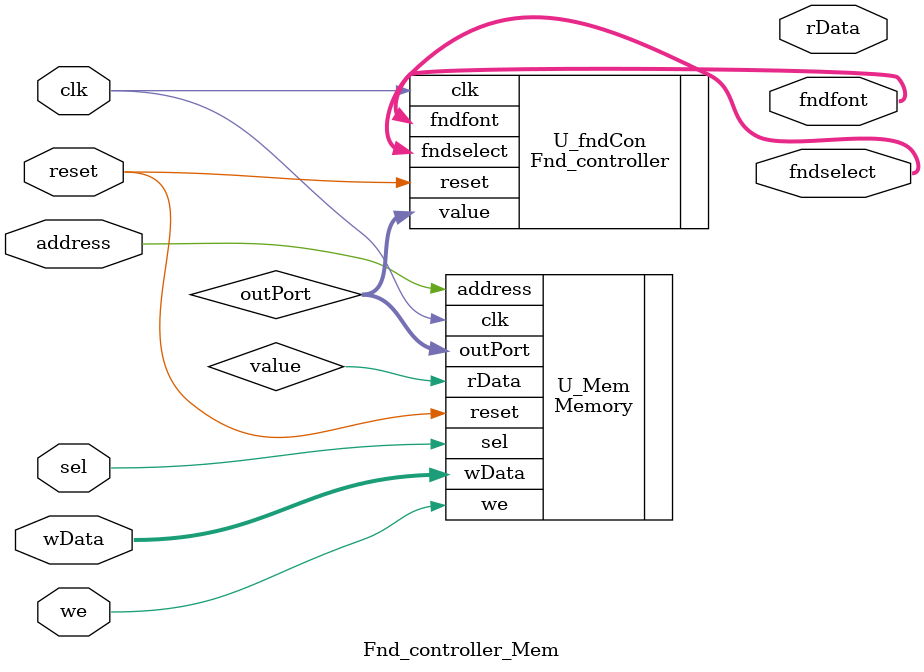
<source format=v>
`timescale 1ns / 1ps


module Fnd_controller_Mem(
    input clk,
    input reset,
    input sel,
    input address,
    input we,
    input [31:0] wData,
    output [31:0] rData,
    output [3:0] fndselect,
    output [7:0] fndfont
    );
     
    wire [13:0] outPort;

Memory U_Mem(
    .clk(clk),
    .reset(reset),
    .sel(sel),
    .address(address),
    .we(we),
    .wData(wData),
    .rData(value),
    .outPort(outPort)
    );

Fnd_controller U_fndCon(
    .clk(clk),
    .reset(reset),
    .value(outPort),
    .fndselect(fndselect),
    .fndfont(fndfont)
    );   
    
endmodule

</source>
